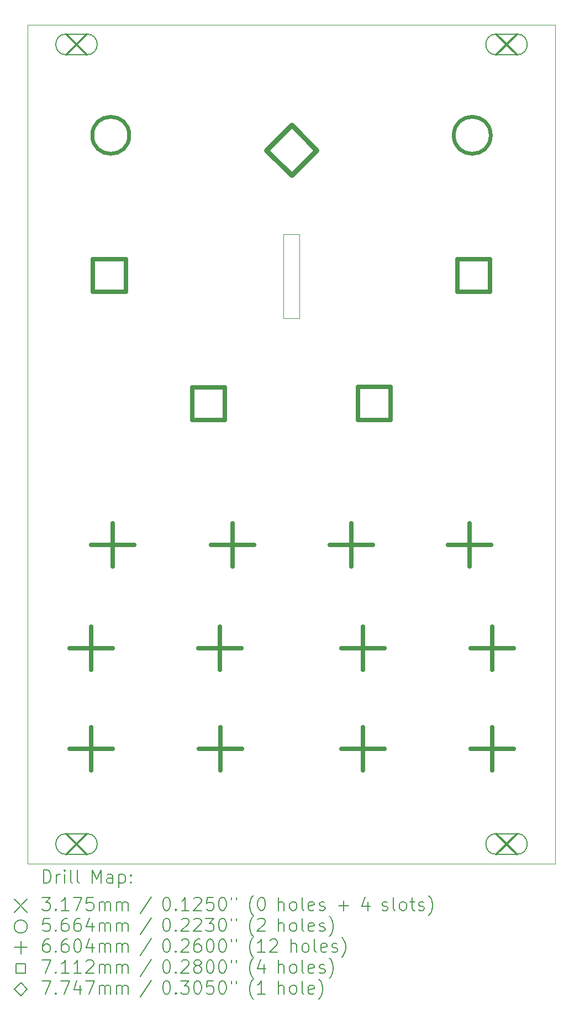
<source format=gbr>
%TF.GenerationSoftware,KiCad,Pcbnew,(7.0.0-0)*%
%TF.CreationDate,2023-03-22T15:58:21-07:00*%
%TF.ProjectId,Kit-Trig-Sampler-FACEPLATE,4b69742d-5472-4696-972d-53616d706c65,rev?*%
%TF.SameCoordinates,PXa661c0PY7cdd488*%
%TF.FileFunction,Drillmap*%
%TF.FilePolarity,Positive*%
%FSLAX45Y45*%
G04 Gerber Fmt 4.5, Leading zero omitted, Abs format (unit mm)*
G04 Created by KiCad (PCBNEW (7.0.0-0)) date 2023-03-22 15:58:21*
%MOMM*%
%LPD*%
G01*
G04 APERTURE LIST*
%ADD10C,0.100000*%
%ADD11C,0.200000*%
%ADD12C,0.317500*%
%ADD13C,0.566420*%
%ADD14C,0.660400*%
%ADD15C,0.711200*%
%ADD16C,0.774700*%
G04 APERTURE END LIST*
D10*
X-35400Y-35400D02*
X8054600Y-35400D01*
X8054600Y12814600D02*
X8054600Y-35400D01*
X-35400Y12814600D02*
X-35400Y-35400D01*
X-35400Y12814600D02*
X8054600Y12814600D01*
X3887600Y9607980D02*
X4126600Y9607980D01*
X4126600Y9607980D02*
X4126600Y8320980D01*
X4126600Y8320980D02*
X3887600Y8320980D01*
X3887600Y8320980D02*
X3887600Y9607980D01*
D11*
D12*
X555150Y12673630D02*
X872650Y12356130D01*
X872650Y12673630D02*
X555150Y12356130D01*
D11*
X555150Y12356130D02*
X872650Y12356130D01*
X872650Y12356130D02*
G75*
G03*
X872650Y12673630I0J158750D01*
G01*
X872650Y12673630D02*
X555150Y12673630D01*
X555150Y12673630D02*
G75*
G03*
X555150Y12356130I0J-158750D01*
G01*
D12*
X555150Y423070D02*
X872650Y105570D01*
X872650Y423070D02*
X555150Y105570D01*
D11*
X555150Y105570D02*
X872650Y105570D01*
X872650Y105570D02*
G75*
G03*
X872650Y423070I0J158750D01*
G01*
X872650Y423070D02*
X555150Y423070D01*
X555150Y423070D02*
G75*
G03*
X555150Y105570I0J-158750D01*
G01*
D12*
X7146550Y12673630D02*
X7464050Y12356130D01*
X7464050Y12673630D02*
X7146550Y12356130D01*
D11*
X7146550Y12356130D02*
X7464050Y12356130D01*
X7464050Y12356130D02*
G75*
G03*
X7464050Y12673630I0J158750D01*
G01*
X7464050Y12673630D02*
X7146550Y12673630D01*
X7146550Y12673630D02*
G75*
G03*
X7146550Y12356130I0J-158750D01*
G01*
D12*
X7146550Y423070D02*
X7464050Y105570D01*
X7464050Y423070D02*
X7146550Y105570D01*
D11*
X7146550Y105570D02*
X7464050Y105570D01*
X7464050Y105570D02*
G75*
G03*
X7464050Y423070I0J158750D01*
G01*
X7464050Y423070D02*
X7146550Y423070D01*
X7146550Y423070D02*
G75*
G03*
X7146550Y105570I0J-158750D01*
G01*
D13*
X1522810Y11122256D02*
G75*
G03*
X1522810Y11122256I-283210J0D01*
G01*
X7062810Y11122256D02*
G75*
G03*
X7062810Y11122256I-283210J0D01*
G01*
D14*
X937100Y3597456D02*
X937100Y2937056D01*
X606900Y3267256D02*
X1267300Y3267256D01*
X937100Y2054956D02*
X937100Y1394556D01*
X606900Y1724756D02*
X1267300Y1724756D01*
X1269600Y5177456D02*
X1269600Y4517056D01*
X939400Y4847256D02*
X1599800Y4847256D01*
X2913900Y3597456D02*
X2913900Y2937056D01*
X2583700Y3267256D02*
X3244100Y3267256D01*
X2916600Y2054956D02*
X2916600Y1394556D01*
X2586400Y1724756D02*
X3246800Y1724756D01*
X3102100Y5177456D02*
X3102100Y4517056D01*
X2771900Y4847256D02*
X3432300Y4847256D01*
X4924600Y5177456D02*
X4924600Y4517056D01*
X4594400Y4847256D02*
X5254800Y4847256D01*
X5102600Y2054956D02*
X5102600Y1394556D01*
X4772400Y1724756D02*
X5432800Y1724756D01*
X5105300Y3597456D02*
X5105300Y2937056D01*
X4775100Y3267256D02*
X5435500Y3267256D01*
X6742100Y5177456D02*
X6742100Y4517056D01*
X6411900Y4847256D02*
X7072300Y4847256D01*
X7082100Y3597456D02*
X7082100Y2937056D01*
X6751900Y3267256D02*
X7412300Y3267256D01*
X7082100Y2054956D02*
X7082100Y1394556D01*
X6751900Y1724756D02*
X7412300Y1724756D01*
D15*
X1471050Y8723307D02*
X1471050Y9226206D01*
X968150Y9226206D01*
X968150Y8723307D01*
X1471050Y8723307D01*
X2991050Y6760098D02*
X2991050Y7262998D01*
X2488150Y7262998D01*
X2488150Y6760098D01*
X2991050Y6760098D01*
X5531050Y6764530D02*
X5531050Y7267430D01*
X5028150Y7267430D01*
X5028150Y6764530D01*
X5531050Y6764530D01*
X7051050Y8723307D02*
X7051050Y9226206D01*
X6548150Y9226206D01*
X6548150Y8723307D01*
X7051050Y8723307D01*
D16*
X4009600Y10507406D02*
X4396950Y10894756D01*
X4009600Y11282106D01*
X3622250Y10894756D01*
X4009600Y10507406D01*
D11*
X207219Y-333876D02*
X207219Y-133876D01*
X207219Y-133876D02*
X254838Y-133876D01*
X254838Y-133876D02*
X283410Y-143400D01*
X283410Y-143400D02*
X302457Y-162448D01*
X302457Y-162448D02*
X311981Y-181495D01*
X311981Y-181495D02*
X321505Y-219590D01*
X321505Y-219590D02*
X321505Y-248162D01*
X321505Y-248162D02*
X311981Y-286257D01*
X311981Y-286257D02*
X302457Y-305305D01*
X302457Y-305305D02*
X283410Y-324352D01*
X283410Y-324352D02*
X254838Y-333876D01*
X254838Y-333876D02*
X207219Y-333876D01*
X407219Y-333876D02*
X407219Y-200543D01*
X407219Y-238638D02*
X416743Y-219590D01*
X416743Y-219590D02*
X426267Y-210067D01*
X426267Y-210067D02*
X445314Y-200543D01*
X445314Y-200543D02*
X464362Y-200543D01*
X531029Y-333876D02*
X531029Y-200543D01*
X531029Y-133876D02*
X521505Y-143400D01*
X521505Y-143400D02*
X531029Y-152924D01*
X531029Y-152924D02*
X540552Y-143400D01*
X540552Y-143400D02*
X531029Y-133876D01*
X531029Y-133876D02*
X531029Y-152924D01*
X654838Y-333876D02*
X635790Y-324352D01*
X635790Y-324352D02*
X626267Y-305305D01*
X626267Y-305305D02*
X626267Y-133876D01*
X759600Y-333876D02*
X740552Y-324352D01*
X740552Y-324352D02*
X731028Y-305305D01*
X731028Y-305305D02*
X731028Y-133876D01*
X955790Y-333876D02*
X955790Y-133876D01*
X955790Y-133876D02*
X1022457Y-276733D01*
X1022457Y-276733D02*
X1089124Y-133876D01*
X1089124Y-133876D02*
X1089124Y-333876D01*
X1270076Y-333876D02*
X1270076Y-229114D01*
X1270076Y-229114D02*
X1260552Y-210067D01*
X1260552Y-210067D02*
X1241505Y-200543D01*
X1241505Y-200543D02*
X1203409Y-200543D01*
X1203409Y-200543D02*
X1184362Y-210067D01*
X1270076Y-324352D02*
X1251029Y-333876D01*
X1251029Y-333876D02*
X1203409Y-333876D01*
X1203409Y-333876D02*
X1184362Y-324352D01*
X1184362Y-324352D02*
X1174838Y-305305D01*
X1174838Y-305305D02*
X1174838Y-286257D01*
X1174838Y-286257D02*
X1184362Y-267210D01*
X1184362Y-267210D02*
X1203409Y-257686D01*
X1203409Y-257686D02*
X1251029Y-257686D01*
X1251029Y-257686D02*
X1270076Y-248162D01*
X1365314Y-200543D02*
X1365314Y-400543D01*
X1365314Y-210067D02*
X1384362Y-200543D01*
X1384362Y-200543D02*
X1422457Y-200543D01*
X1422457Y-200543D02*
X1441505Y-210067D01*
X1441505Y-210067D02*
X1451028Y-219590D01*
X1451028Y-219590D02*
X1460552Y-238638D01*
X1460552Y-238638D02*
X1460552Y-295781D01*
X1460552Y-295781D02*
X1451028Y-314829D01*
X1451028Y-314829D02*
X1441505Y-324352D01*
X1441505Y-324352D02*
X1422457Y-333876D01*
X1422457Y-333876D02*
X1384362Y-333876D01*
X1384362Y-333876D02*
X1365314Y-324352D01*
X1546267Y-314829D02*
X1555790Y-324352D01*
X1555790Y-324352D02*
X1546267Y-333876D01*
X1546267Y-333876D02*
X1536743Y-324352D01*
X1536743Y-324352D02*
X1546267Y-314829D01*
X1546267Y-314829D02*
X1546267Y-333876D01*
X1546267Y-210067D02*
X1555790Y-219590D01*
X1555790Y-219590D02*
X1546267Y-229114D01*
X1546267Y-229114D02*
X1536743Y-219590D01*
X1536743Y-219590D02*
X1546267Y-210067D01*
X1546267Y-210067D02*
X1546267Y-229114D01*
X-240400Y-580400D02*
X-40400Y-780400D01*
X-40400Y-580400D02*
X-240400Y-780400D01*
X188171Y-553876D02*
X311981Y-553876D01*
X311981Y-553876D02*
X245314Y-630067D01*
X245314Y-630067D02*
X273886Y-630067D01*
X273886Y-630067D02*
X292933Y-639590D01*
X292933Y-639590D02*
X302457Y-649114D01*
X302457Y-649114D02*
X311981Y-668162D01*
X311981Y-668162D02*
X311981Y-715781D01*
X311981Y-715781D02*
X302457Y-734828D01*
X302457Y-734828D02*
X292933Y-744352D01*
X292933Y-744352D02*
X273886Y-753876D01*
X273886Y-753876D02*
X216743Y-753876D01*
X216743Y-753876D02*
X197695Y-744352D01*
X197695Y-744352D02*
X188171Y-734828D01*
X397695Y-734828D02*
X407219Y-744352D01*
X407219Y-744352D02*
X397695Y-753876D01*
X397695Y-753876D02*
X388171Y-744352D01*
X388171Y-744352D02*
X397695Y-734828D01*
X397695Y-734828D02*
X397695Y-753876D01*
X597695Y-753876D02*
X483409Y-753876D01*
X540552Y-753876D02*
X540552Y-553876D01*
X540552Y-553876D02*
X521505Y-582448D01*
X521505Y-582448D02*
X502457Y-601495D01*
X502457Y-601495D02*
X483409Y-611019D01*
X664362Y-553876D02*
X797695Y-553876D01*
X797695Y-553876D02*
X711981Y-753876D01*
X969124Y-553876D02*
X873886Y-553876D01*
X873886Y-553876D02*
X864362Y-649114D01*
X864362Y-649114D02*
X873886Y-639590D01*
X873886Y-639590D02*
X892933Y-630067D01*
X892933Y-630067D02*
X940552Y-630067D01*
X940552Y-630067D02*
X959600Y-639590D01*
X959600Y-639590D02*
X969124Y-649114D01*
X969124Y-649114D02*
X978648Y-668162D01*
X978648Y-668162D02*
X978648Y-715781D01*
X978648Y-715781D02*
X969124Y-734828D01*
X969124Y-734828D02*
X959600Y-744352D01*
X959600Y-744352D02*
X940552Y-753876D01*
X940552Y-753876D02*
X892933Y-753876D01*
X892933Y-753876D02*
X873886Y-744352D01*
X873886Y-744352D02*
X864362Y-734828D01*
X1064362Y-753876D02*
X1064362Y-620543D01*
X1064362Y-639590D02*
X1073886Y-630067D01*
X1073886Y-630067D02*
X1092933Y-620543D01*
X1092933Y-620543D02*
X1121505Y-620543D01*
X1121505Y-620543D02*
X1140552Y-630067D01*
X1140552Y-630067D02*
X1150076Y-649114D01*
X1150076Y-649114D02*
X1150076Y-753876D01*
X1150076Y-649114D02*
X1159600Y-630067D01*
X1159600Y-630067D02*
X1178648Y-620543D01*
X1178648Y-620543D02*
X1207219Y-620543D01*
X1207219Y-620543D02*
X1226267Y-630067D01*
X1226267Y-630067D02*
X1235791Y-649114D01*
X1235791Y-649114D02*
X1235791Y-753876D01*
X1331029Y-753876D02*
X1331029Y-620543D01*
X1331029Y-639590D02*
X1340552Y-630067D01*
X1340552Y-630067D02*
X1359600Y-620543D01*
X1359600Y-620543D02*
X1388172Y-620543D01*
X1388172Y-620543D02*
X1407219Y-630067D01*
X1407219Y-630067D02*
X1416743Y-649114D01*
X1416743Y-649114D02*
X1416743Y-753876D01*
X1416743Y-649114D02*
X1426267Y-630067D01*
X1426267Y-630067D02*
X1445314Y-620543D01*
X1445314Y-620543D02*
X1473886Y-620543D01*
X1473886Y-620543D02*
X1492933Y-630067D01*
X1492933Y-630067D02*
X1502457Y-649114D01*
X1502457Y-649114D02*
X1502457Y-753876D01*
X1860552Y-544352D02*
X1689124Y-801495D01*
X2085314Y-553876D02*
X2104362Y-553876D01*
X2104362Y-553876D02*
X2123410Y-563400D01*
X2123410Y-563400D02*
X2132933Y-572924D01*
X2132933Y-572924D02*
X2142457Y-591971D01*
X2142457Y-591971D02*
X2151981Y-630067D01*
X2151981Y-630067D02*
X2151981Y-677686D01*
X2151981Y-677686D02*
X2142457Y-715781D01*
X2142457Y-715781D02*
X2132933Y-734828D01*
X2132933Y-734828D02*
X2123410Y-744352D01*
X2123410Y-744352D02*
X2104362Y-753876D01*
X2104362Y-753876D02*
X2085314Y-753876D01*
X2085314Y-753876D02*
X2066267Y-744352D01*
X2066267Y-744352D02*
X2056743Y-734828D01*
X2056743Y-734828D02*
X2047219Y-715781D01*
X2047219Y-715781D02*
X2037695Y-677686D01*
X2037695Y-677686D02*
X2037695Y-630067D01*
X2037695Y-630067D02*
X2047219Y-591971D01*
X2047219Y-591971D02*
X2056743Y-572924D01*
X2056743Y-572924D02*
X2066267Y-563400D01*
X2066267Y-563400D02*
X2085314Y-553876D01*
X2237695Y-734828D02*
X2247219Y-744352D01*
X2247219Y-744352D02*
X2237695Y-753876D01*
X2237695Y-753876D02*
X2228172Y-744352D01*
X2228172Y-744352D02*
X2237695Y-734828D01*
X2237695Y-734828D02*
X2237695Y-753876D01*
X2437695Y-753876D02*
X2323410Y-753876D01*
X2380552Y-753876D02*
X2380552Y-553876D01*
X2380552Y-553876D02*
X2361505Y-582448D01*
X2361505Y-582448D02*
X2342457Y-601495D01*
X2342457Y-601495D02*
X2323410Y-611019D01*
X2513886Y-572924D02*
X2523410Y-563400D01*
X2523410Y-563400D02*
X2542457Y-553876D01*
X2542457Y-553876D02*
X2590076Y-553876D01*
X2590076Y-553876D02*
X2609124Y-563400D01*
X2609124Y-563400D02*
X2618648Y-572924D01*
X2618648Y-572924D02*
X2628172Y-591971D01*
X2628172Y-591971D02*
X2628172Y-611019D01*
X2628172Y-611019D02*
X2618648Y-639590D01*
X2618648Y-639590D02*
X2504362Y-753876D01*
X2504362Y-753876D02*
X2628172Y-753876D01*
X2809124Y-553876D02*
X2713886Y-553876D01*
X2713886Y-553876D02*
X2704362Y-649114D01*
X2704362Y-649114D02*
X2713886Y-639590D01*
X2713886Y-639590D02*
X2732933Y-630067D01*
X2732933Y-630067D02*
X2780553Y-630067D01*
X2780553Y-630067D02*
X2799600Y-639590D01*
X2799600Y-639590D02*
X2809124Y-649114D01*
X2809124Y-649114D02*
X2818648Y-668162D01*
X2818648Y-668162D02*
X2818648Y-715781D01*
X2818648Y-715781D02*
X2809124Y-734828D01*
X2809124Y-734828D02*
X2799600Y-744352D01*
X2799600Y-744352D02*
X2780553Y-753876D01*
X2780553Y-753876D02*
X2732933Y-753876D01*
X2732933Y-753876D02*
X2713886Y-744352D01*
X2713886Y-744352D02*
X2704362Y-734828D01*
X2942457Y-553876D02*
X2961505Y-553876D01*
X2961505Y-553876D02*
X2980552Y-563400D01*
X2980552Y-563400D02*
X2990076Y-572924D01*
X2990076Y-572924D02*
X2999600Y-591971D01*
X2999600Y-591971D02*
X3009124Y-630067D01*
X3009124Y-630067D02*
X3009124Y-677686D01*
X3009124Y-677686D02*
X2999600Y-715781D01*
X2999600Y-715781D02*
X2990076Y-734828D01*
X2990076Y-734828D02*
X2980552Y-744352D01*
X2980552Y-744352D02*
X2961505Y-753876D01*
X2961505Y-753876D02*
X2942457Y-753876D01*
X2942457Y-753876D02*
X2923410Y-744352D01*
X2923410Y-744352D02*
X2913886Y-734828D01*
X2913886Y-734828D02*
X2904362Y-715781D01*
X2904362Y-715781D02*
X2894838Y-677686D01*
X2894838Y-677686D02*
X2894838Y-630067D01*
X2894838Y-630067D02*
X2904362Y-591971D01*
X2904362Y-591971D02*
X2913886Y-572924D01*
X2913886Y-572924D02*
X2923410Y-563400D01*
X2923410Y-563400D02*
X2942457Y-553876D01*
X3085314Y-553876D02*
X3085314Y-591971D01*
X3161505Y-553876D02*
X3161505Y-591971D01*
X3424362Y-830067D02*
X3414838Y-820543D01*
X3414838Y-820543D02*
X3395791Y-791971D01*
X3395791Y-791971D02*
X3386267Y-772924D01*
X3386267Y-772924D02*
X3376743Y-744352D01*
X3376743Y-744352D02*
X3367219Y-696733D01*
X3367219Y-696733D02*
X3367219Y-658638D01*
X3367219Y-658638D02*
X3376743Y-611019D01*
X3376743Y-611019D02*
X3386267Y-582448D01*
X3386267Y-582448D02*
X3395791Y-563400D01*
X3395791Y-563400D02*
X3414838Y-534829D01*
X3414838Y-534829D02*
X3424362Y-525305D01*
X3538648Y-553876D02*
X3557695Y-553876D01*
X3557695Y-553876D02*
X3576743Y-563400D01*
X3576743Y-563400D02*
X3586267Y-572924D01*
X3586267Y-572924D02*
X3595791Y-591971D01*
X3595791Y-591971D02*
X3605314Y-630067D01*
X3605314Y-630067D02*
X3605314Y-677686D01*
X3605314Y-677686D02*
X3595791Y-715781D01*
X3595791Y-715781D02*
X3586267Y-734828D01*
X3586267Y-734828D02*
X3576743Y-744352D01*
X3576743Y-744352D02*
X3557695Y-753876D01*
X3557695Y-753876D02*
X3538648Y-753876D01*
X3538648Y-753876D02*
X3519600Y-744352D01*
X3519600Y-744352D02*
X3510076Y-734828D01*
X3510076Y-734828D02*
X3500552Y-715781D01*
X3500552Y-715781D02*
X3491029Y-677686D01*
X3491029Y-677686D02*
X3491029Y-630067D01*
X3491029Y-630067D02*
X3500552Y-591971D01*
X3500552Y-591971D02*
X3510076Y-572924D01*
X3510076Y-572924D02*
X3519600Y-563400D01*
X3519600Y-563400D02*
X3538648Y-553876D01*
X3811029Y-753876D02*
X3811029Y-553876D01*
X3896743Y-753876D02*
X3896743Y-649114D01*
X3896743Y-649114D02*
X3887219Y-630067D01*
X3887219Y-630067D02*
X3868172Y-620543D01*
X3868172Y-620543D02*
X3839600Y-620543D01*
X3839600Y-620543D02*
X3820552Y-630067D01*
X3820552Y-630067D02*
X3811029Y-639590D01*
X4020552Y-753876D02*
X4001505Y-744352D01*
X4001505Y-744352D02*
X3991981Y-734828D01*
X3991981Y-734828D02*
X3982457Y-715781D01*
X3982457Y-715781D02*
X3982457Y-658638D01*
X3982457Y-658638D02*
X3991981Y-639590D01*
X3991981Y-639590D02*
X4001505Y-630067D01*
X4001505Y-630067D02*
X4020552Y-620543D01*
X4020552Y-620543D02*
X4049124Y-620543D01*
X4049124Y-620543D02*
X4068172Y-630067D01*
X4068172Y-630067D02*
X4077695Y-639590D01*
X4077695Y-639590D02*
X4087219Y-658638D01*
X4087219Y-658638D02*
X4087219Y-715781D01*
X4087219Y-715781D02*
X4077695Y-734828D01*
X4077695Y-734828D02*
X4068172Y-744352D01*
X4068172Y-744352D02*
X4049124Y-753876D01*
X4049124Y-753876D02*
X4020552Y-753876D01*
X4201505Y-753876D02*
X4182457Y-744352D01*
X4182457Y-744352D02*
X4172933Y-725305D01*
X4172933Y-725305D02*
X4172933Y-553876D01*
X4353886Y-744352D02*
X4334838Y-753876D01*
X4334838Y-753876D02*
X4296743Y-753876D01*
X4296743Y-753876D02*
X4277695Y-744352D01*
X4277695Y-744352D02*
X4268172Y-725305D01*
X4268172Y-725305D02*
X4268172Y-649114D01*
X4268172Y-649114D02*
X4277695Y-630067D01*
X4277695Y-630067D02*
X4296743Y-620543D01*
X4296743Y-620543D02*
X4334838Y-620543D01*
X4334838Y-620543D02*
X4353886Y-630067D01*
X4353886Y-630067D02*
X4363410Y-649114D01*
X4363410Y-649114D02*
X4363410Y-668162D01*
X4363410Y-668162D02*
X4268172Y-687210D01*
X4439600Y-744352D02*
X4458648Y-753876D01*
X4458648Y-753876D02*
X4496743Y-753876D01*
X4496743Y-753876D02*
X4515791Y-744352D01*
X4515791Y-744352D02*
X4525315Y-725305D01*
X4525315Y-725305D02*
X4525315Y-715781D01*
X4525315Y-715781D02*
X4515791Y-696733D01*
X4515791Y-696733D02*
X4496743Y-687210D01*
X4496743Y-687210D02*
X4468172Y-687210D01*
X4468172Y-687210D02*
X4449124Y-677686D01*
X4449124Y-677686D02*
X4439600Y-658638D01*
X4439600Y-658638D02*
X4439600Y-649114D01*
X4439600Y-649114D02*
X4449124Y-630067D01*
X4449124Y-630067D02*
X4468172Y-620543D01*
X4468172Y-620543D02*
X4496743Y-620543D01*
X4496743Y-620543D02*
X4515791Y-630067D01*
X4731029Y-677686D02*
X4883410Y-677686D01*
X4807219Y-753876D02*
X4807219Y-601495D01*
X5184362Y-620543D02*
X5184362Y-753876D01*
X5136743Y-544352D02*
X5089124Y-687210D01*
X5089124Y-687210D02*
X5212934Y-687210D01*
X5399600Y-744352D02*
X5418648Y-753876D01*
X5418648Y-753876D02*
X5456743Y-753876D01*
X5456743Y-753876D02*
X5475791Y-744352D01*
X5475791Y-744352D02*
X5485315Y-725305D01*
X5485315Y-725305D02*
X5485315Y-715781D01*
X5485315Y-715781D02*
X5475791Y-696733D01*
X5475791Y-696733D02*
X5456743Y-687210D01*
X5456743Y-687210D02*
X5428172Y-687210D01*
X5428172Y-687210D02*
X5409124Y-677686D01*
X5409124Y-677686D02*
X5399600Y-658638D01*
X5399600Y-658638D02*
X5399600Y-649114D01*
X5399600Y-649114D02*
X5409124Y-630067D01*
X5409124Y-630067D02*
X5428172Y-620543D01*
X5428172Y-620543D02*
X5456743Y-620543D01*
X5456743Y-620543D02*
X5475791Y-630067D01*
X5599600Y-753876D02*
X5580553Y-744352D01*
X5580553Y-744352D02*
X5571029Y-725305D01*
X5571029Y-725305D02*
X5571029Y-553876D01*
X5704362Y-753876D02*
X5685314Y-744352D01*
X5685314Y-744352D02*
X5675791Y-734828D01*
X5675791Y-734828D02*
X5666267Y-715781D01*
X5666267Y-715781D02*
X5666267Y-658638D01*
X5666267Y-658638D02*
X5675791Y-639590D01*
X5675791Y-639590D02*
X5685314Y-630067D01*
X5685314Y-630067D02*
X5704362Y-620543D01*
X5704362Y-620543D02*
X5732934Y-620543D01*
X5732934Y-620543D02*
X5751981Y-630067D01*
X5751981Y-630067D02*
X5761505Y-639590D01*
X5761505Y-639590D02*
X5771029Y-658638D01*
X5771029Y-658638D02*
X5771029Y-715781D01*
X5771029Y-715781D02*
X5761505Y-734828D01*
X5761505Y-734828D02*
X5751981Y-744352D01*
X5751981Y-744352D02*
X5732934Y-753876D01*
X5732934Y-753876D02*
X5704362Y-753876D01*
X5828172Y-620543D02*
X5904362Y-620543D01*
X5856743Y-553876D02*
X5856743Y-725305D01*
X5856743Y-725305D02*
X5866267Y-744352D01*
X5866267Y-744352D02*
X5885314Y-753876D01*
X5885314Y-753876D02*
X5904362Y-753876D01*
X5961505Y-744352D02*
X5980553Y-753876D01*
X5980553Y-753876D02*
X6018648Y-753876D01*
X6018648Y-753876D02*
X6037695Y-744352D01*
X6037695Y-744352D02*
X6047219Y-725305D01*
X6047219Y-725305D02*
X6047219Y-715781D01*
X6047219Y-715781D02*
X6037695Y-696733D01*
X6037695Y-696733D02*
X6018648Y-687210D01*
X6018648Y-687210D02*
X5990076Y-687210D01*
X5990076Y-687210D02*
X5971029Y-677686D01*
X5971029Y-677686D02*
X5961505Y-658638D01*
X5961505Y-658638D02*
X5961505Y-649114D01*
X5961505Y-649114D02*
X5971029Y-630067D01*
X5971029Y-630067D02*
X5990076Y-620543D01*
X5990076Y-620543D02*
X6018648Y-620543D01*
X6018648Y-620543D02*
X6037695Y-630067D01*
X6113886Y-830067D02*
X6123410Y-820543D01*
X6123410Y-820543D02*
X6142457Y-791971D01*
X6142457Y-791971D02*
X6151981Y-772924D01*
X6151981Y-772924D02*
X6161505Y-744352D01*
X6161505Y-744352D02*
X6171029Y-696733D01*
X6171029Y-696733D02*
X6171029Y-658638D01*
X6171029Y-658638D02*
X6161505Y-611019D01*
X6161505Y-611019D02*
X6151981Y-582448D01*
X6151981Y-582448D02*
X6142457Y-563400D01*
X6142457Y-563400D02*
X6123410Y-534829D01*
X6123410Y-534829D02*
X6113886Y-525305D01*
X-40400Y-1000400D02*
G75*
G03*
X-40400Y-1000400I-100000J0D01*
G01*
X302457Y-873876D02*
X207219Y-873876D01*
X207219Y-873876D02*
X197695Y-969114D01*
X197695Y-969114D02*
X207219Y-959590D01*
X207219Y-959590D02*
X226267Y-950067D01*
X226267Y-950067D02*
X273886Y-950067D01*
X273886Y-950067D02*
X292933Y-959590D01*
X292933Y-959590D02*
X302457Y-969114D01*
X302457Y-969114D02*
X311981Y-988162D01*
X311981Y-988162D02*
X311981Y-1035781D01*
X311981Y-1035781D02*
X302457Y-1054829D01*
X302457Y-1054829D02*
X292933Y-1064352D01*
X292933Y-1064352D02*
X273886Y-1073876D01*
X273886Y-1073876D02*
X226267Y-1073876D01*
X226267Y-1073876D02*
X207219Y-1064352D01*
X207219Y-1064352D02*
X197695Y-1054829D01*
X397695Y-1054829D02*
X407219Y-1064352D01*
X407219Y-1064352D02*
X397695Y-1073876D01*
X397695Y-1073876D02*
X388171Y-1064352D01*
X388171Y-1064352D02*
X397695Y-1054829D01*
X397695Y-1054829D02*
X397695Y-1073876D01*
X578648Y-873876D02*
X540552Y-873876D01*
X540552Y-873876D02*
X521505Y-883400D01*
X521505Y-883400D02*
X511981Y-892924D01*
X511981Y-892924D02*
X492933Y-921495D01*
X492933Y-921495D02*
X483409Y-959590D01*
X483409Y-959590D02*
X483409Y-1035781D01*
X483409Y-1035781D02*
X492933Y-1054829D01*
X492933Y-1054829D02*
X502457Y-1064352D01*
X502457Y-1064352D02*
X521505Y-1073876D01*
X521505Y-1073876D02*
X559600Y-1073876D01*
X559600Y-1073876D02*
X578648Y-1064352D01*
X578648Y-1064352D02*
X588171Y-1054829D01*
X588171Y-1054829D02*
X597695Y-1035781D01*
X597695Y-1035781D02*
X597695Y-988162D01*
X597695Y-988162D02*
X588171Y-969114D01*
X588171Y-969114D02*
X578648Y-959590D01*
X578648Y-959590D02*
X559600Y-950067D01*
X559600Y-950067D02*
X521505Y-950067D01*
X521505Y-950067D02*
X502457Y-959590D01*
X502457Y-959590D02*
X492933Y-969114D01*
X492933Y-969114D02*
X483409Y-988162D01*
X769124Y-873876D02*
X731028Y-873876D01*
X731028Y-873876D02*
X711981Y-883400D01*
X711981Y-883400D02*
X702457Y-892924D01*
X702457Y-892924D02*
X683410Y-921495D01*
X683410Y-921495D02*
X673886Y-959590D01*
X673886Y-959590D02*
X673886Y-1035781D01*
X673886Y-1035781D02*
X683410Y-1054829D01*
X683410Y-1054829D02*
X692933Y-1064352D01*
X692933Y-1064352D02*
X711981Y-1073876D01*
X711981Y-1073876D02*
X750076Y-1073876D01*
X750076Y-1073876D02*
X769124Y-1064352D01*
X769124Y-1064352D02*
X778648Y-1054829D01*
X778648Y-1054829D02*
X788171Y-1035781D01*
X788171Y-1035781D02*
X788171Y-988162D01*
X788171Y-988162D02*
X778648Y-969114D01*
X778648Y-969114D02*
X769124Y-959590D01*
X769124Y-959590D02*
X750076Y-950067D01*
X750076Y-950067D02*
X711981Y-950067D01*
X711981Y-950067D02*
X692933Y-959590D01*
X692933Y-959590D02*
X683410Y-969114D01*
X683410Y-969114D02*
X673886Y-988162D01*
X959600Y-940543D02*
X959600Y-1073876D01*
X911981Y-864352D02*
X864362Y-1007209D01*
X864362Y-1007209D02*
X988171Y-1007209D01*
X1064362Y-1073876D02*
X1064362Y-940543D01*
X1064362Y-959590D02*
X1073886Y-950067D01*
X1073886Y-950067D02*
X1092933Y-940543D01*
X1092933Y-940543D02*
X1121505Y-940543D01*
X1121505Y-940543D02*
X1140552Y-950067D01*
X1140552Y-950067D02*
X1150076Y-969114D01*
X1150076Y-969114D02*
X1150076Y-1073876D01*
X1150076Y-969114D02*
X1159600Y-950067D01*
X1159600Y-950067D02*
X1178648Y-940543D01*
X1178648Y-940543D02*
X1207219Y-940543D01*
X1207219Y-940543D02*
X1226267Y-950067D01*
X1226267Y-950067D02*
X1235791Y-969114D01*
X1235791Y-969114D02*
X1235791Y-1073876D01*
X1331029Y-1073876D02*
X1331029Y-940543D01*
X1331029Y-959590D02*
X1340552Y-950067D01*
X1340552Y-950067D02*
X1359600Y-940543D01*
X1359600Y-940543D02*
X1388172Y-940543D01*
X1388172Y-940543D02*
X1407219Y-950067D01*
X1407219Y-950067D02*
X1416743Y-969114D01*
X1416743Y-969114D02*
X1416743Y-1073876D01*
X1416743Y-969114D02*
X1426267Y-950067D01*
X1426267Y-950067D02*
X1445314Y-940543D01*
X1445314Y-940543D02*
X1473886Y-940543D01*
X1473886Y-940543D02*
X1492933Y-950067D01*
X1492933Y-950067D02*
X1502457Y-969114D01*
X1502457Y-969114D02*
X1502457Y-1073876D01*
X1860552Y-864352D02*
X1689124Y-1121495D01*
X2085314Y-873876D02*
X2104362Y-873876D01*
X2104362Y-873876D02*
X2123410Y-883400D01*
X2123410Y-883400D02*
X2132933Y-892924D01*
X2132933Y-892924D02*
X2142457Y-911971D01*
X2142457Y-911971D02*
X2151981Y-950067D01*
X2151981Y-950067D02*
X2151981Y-997686D01*
X2151981Y-997686D02*
X2142457Y-1035781D01*
X2142457Y-1035781D02*
X2132933Y-1054829D01*
X2132933Y-1054829D02*
X2123410Y-1064352D01*
X2123410Y-1064352D02*
X2104362Y-1073876D01*
X2104362Y-1073876D02*
X2085314Y-1073876D01*
X2085314Y-1073876D02*
X2066267Y-1064352D01*
X2066267Y-1064352D02*
X2056743Y-1054829D01*
X2056743Y-1054829D02*
X2047219Y-1035781D01*
X2047219Y-1035781D02*
X2037695Y-997686D01*
X2037695Y-997686D02*
X2037695Y-950067D01*
X2037695Y-950067D02*
X2047219Y-911971D01*
X2047219Y-911971D02*
X2056743Y-892924D01*
X2056743Y-892924D02*
X2066267Y-883400D01*
X2066267Y-883400D02*
X2085314Y-873876D01*
X2237695Y-1054829D02*
X2247219Y-1064352D01*
X2247219Y-1064352D02*
X2237695Y-1073876D01*
X2237695Y-1073876D02*
X2228172Y-1064352D01*
X2228172Y-1064352D02*
X2237695Y-1054829D01*
X2237695Y-1054829D02*
X2237695Y-1073876D01*
X2323410Y-892924D02*
X2332933Y-883400D01*
X2332933Y-883400D02*
X2351981Y-873876D01*
X2351981Y-873876D02*
X2399600Y-873876D01*
X2399600Y-873876D02*
X2418648Y-883400D01*
X2418648Y-883400D02*
X2428172Y-892924D01*
X2428172Y-892924D02*
X2437695Y-911971D01*
X2437695Y-911971D02*
X2437695Y-931019D01*
X2437695Y-931019D02*
X2428172Y-959590D01*
X2428172Y-959590D02*
X2313886Y-1073876D01*
X2313886Y-1073876D02*
X2437695Y-1073876D01*
X2513886Y-892924D02*
X2523410Y-883400D01*
X2523410Y-883400D02*
X2542457Y-873876D01*
X2542457Y-873876D02*
X2590076Y-873876D01*
X2590076Y-873876D02*
X2609124Y-883400D01*
X2609124Y-883400D02*
X2618648Y-892924D01*
X2618648Y-892924D02*
X2628172Y-911971D01*
X2628172Y-911971D02*
X2628172Y-931019D01*
X2628172Y-931019D02*
X2618648Y-959590D01*
X2618648Y-959590D02*
X2504362Y-1073876D01*
X2504362Y-1073876D02*
X2628172Y-1073876D01*
X2694838Y-873876D02*
X2818648Y-873876D01*
X2818648Y-873876D02*
X2751981Y-950067D01*
X2751981Y-950067D02*
X2780553Y-950067D01*
X2780553Y-950067D02*
X2799600Y-959590D01*
X2799600Y-959590D02*
X2809124Y-969114D01*
X2809124Y-969114D02*
X2818648Y-988162D01*
X2818648Y-988162D02*
X2818648Y-1035781D01*
X2818648Y-1035781D02*
X2809124Y-1054829D01*
X2809124Y-1054829D02*
X2799600Y-1064352D01*
X2799600Y-1064352D02*
X2780553Y-1073876D01*
X2780553Y-1073876D02*
X2723410Y-1073876D01*
X2723410Y-1073876D02*
X2704362Y-1064352D01*
X2704362Y-1064352D02*
X2694838Y-1054829D01*
X2942457Y-873876D02*
X2961505Y-873876D01*
X2961505Y-873876D02*
X2980552Y-883400D01*
X2980552Y-883400D02*
X2990076Y-892924D01*
X2990076Y-892924D02*
X2999600Y-911971D01*
X2999600Y-911971D02*
X3009124Y-950067D01*
X3009124Y-950067D02*
X3009124Y-997686D01*
X3009124Y-997686D02*
X2999600Y-1035781D01*
X2999600Y-1035781D02*
X2990076Y-1054829D01*
X2990076Y-1054829D02*
X2980552Y-1064352D01*
X2980552Y-1064352D02*
X2961505Y-1073876D01*
X2961505Y-1073876D02*
X2942457Y-1073876D01*
X2942457Y-1073876D02*
X2923410Y-1064352D01*
X2923410Y-1064352D02*
X2913886Y-1054829D01*
X2913886Y-1054829D02*
X2904362Y-1035781D01*
X2904362Y-1035781D02*
X2894838Y-997686D01*
X2894838Y-997686D02*
X2894838Y-950067D01*
X2894838Y-950067D02*
X2904362Y-911971D01*
X2904362Y-911971D02*
X2913886Y-892924D01*
X2913886Y-892924D02*
X2923410Y-883400D01*
X2923410Y-883400D02*
X2942457Y-873876D01*
X3085314Y-873876D02*
X3085314Y-911971D01*
X3161505Y-873876D02*
X3161505Y-911971D01*
X3424362Y-1150067D02*
X3414838Y-1140543D01*
X3414838Y-1140543D02*
X3395791Y-1111971D01*
X3395791Y-1111971D02*
X3386267Y-1092924D01*
X3386267Y-1092924D02*
X3376743Y-1064352D01*
X3376743Y-1064352D02*
X3367219Y-1016733D01*
X3367219Y-1016733D02*
X3367219Y-978638D01*
X3367219Y-978638D02*
X3376743Y-931019D01*
X3376743Y-931019D02*
X3386267Y-902448D01*
X3386267Y-902448D02*
X3395791Y-883400D01*
X3395791Y-883400D02*
X3414838Y-854828D01*
X3414838Y-854828D02*
X3424362Y-845305D01*
X3491029Y-892924D02*
X3500552Y-883400D01*
X3500552Y-883400D02*
X3519600Y-873876D01*
X3519600Y-873876D02*
X3567219Y-873876D01*
X3567219Y-873876D02*
X3586267Y-883400D01*
X3586267Y-883400D02*
X3595791Y-892924D01*
X3595791Y-892924D02*
X3605314Y-911971D01*
X3605314Y-911971D02*
X3605314Y-931019D01*
X3605314Y-931019D02*
X3595791Y-959590D01*
X3595791Y-959590D02*
X3481505Y-1073876D01*
X3481505Y-1073876D02*
X3605314Y-1073876D01*
X3811029Y-1073876D02*
X3811029Y-873876D01*
X3896743Y-1073876D02*
X3896743Y-969114D01*
X3896743Y-969114D02*
X3887219Y-950067D01*
X3887219Y-950067D02*
X3868172Y-940543D01*
X3868172Y-940543D02*
X3839600Y-940543D01*
X3839600Y-940543D02*
X3820552Y-950067D01*
X3820552Y-950067D02*
X3811029Y-959590D01*
X4020552Y-1073876D02*
X4001505Y-1064352D01*
X4001505Y-1064352D02*
X3991981Y-1054829D01*
X3991981Y-1054829D02*
X3982457Y-1035781D01*
X3982457Y-1035781D02*
X3982457Y-978638D01*
X3982457Y-978638D02*
X3991981Y-959590D01*
X3991981Y-959590D02*
X4001505Y-950067D01*
X4001505Y-950067D02*
X4020552Y-940543D01*
X4020552Y-940543D02*
X4049124Y-940543D01*
X4049124Y-940543D02*
X4068172Y-950067D01*
X4068172Y-950067D02*
X4077695Y-959590D01*
X4077695Y-959590D02*
X4087219Y-978638D01*
X4087219Y-978638D02*
X4087219Y-1035781D01*
X4087219Y-1035781D02*
X4077695Y-1054829D01*
X4077695Y-1054829D02*
X4068172Y-1064352D01*
X4068172Y-1064352D02*
X4049124Y-1073876D01*
X4049124Y-1073876D02*
X4020552Y-1073876D01*
X4201505Y-1073876D02*
X4182457Y-1064352D01*
X4182457Y-1064352D02*
X4172933Y-1045305D01*
X4172933Y-1045305D02*
X4172933Y-873876D01*
X4353886Y-1064352D02*
X4334838Y-1073876D01*
X4334838Y-1073876D02*
X4296743Y-1073876D01*
X4296743Y-1073876D02*
X4277695Y-1064352D01*
X4277695Y-1064352D02*
X4268172Y-1045305D01*
X4268172Y-1045305D02*
X4268172Y-969114D01*
X4268172Y-969114D02*
X4277695Y-950067D01*
X4277695Y-950067D02*
X4296743Y-940543D01*
X4296743Y-940543D02*
X4334838Y-940543D01*
X4334838Y-940543D02*
X4353886Y-950067D01*
X4353886Y-950067D02*
X4363410Y-969114D01*
X4363410Y-969114D02*
X4363410Y-988162D01*
X4363410Y-988162D02*
X4268172Y-1007209D01*
X4439600Y-1064352D02*
X4458648Y-1073876D01*
X4458648Y-1073876D02*
X4496743Y-1073876D01*
X4496743Y-1073876D02*
X4515791Y-1064352D01*
X4515791Y-1064352D02*
X4525315Y-1045305D01*
X4525315Y-1045305D02*
X4525315Y-1035781D01*
X4525315Y-1035781D02*
X4515791Y-1016733D01*
X4515791Y-1016733D02*
X4496743Y-1007209D01*
X4496743Y-1007209D02*
X4468172Y-1007209D01*
X4468172Y-1007209D02*
X4449124Y-997686D01*
X4449124Y-997686D02*
X4439600Y-978638D01*
X4439600Y-978638D02*
X4439600Y-969114D01*
X4439600Y-969114D02*
X4449124Y-950067D01*
X4449124Y-950067D02*
X4468172Y-940543D01*
X4468172Y-940543D02*
X4496743Y-940543D01*
X4496743Y-940543D02*
X4515791Y-950067D01*
X4591981Y-1150067D02*
X4601505Y-1140543D01*
X4601505Y-1140543D02*
X4620553Y-1111971D01*
X4620553Y-1111971D02*
X4630076Y-1092924D01*
X4630076Y-1092924D02*
X4639600Y-1064352D01*
X4639600Y-1064352D02*
X4649124Y-1016733D01*
X4649124Y-1016733D02*
X4649124Y-978638D01*
X4649124Y-978638D02*
X4639600Y-931019D01*
X4639600Y-931019D02*
X4630076Y-902448D01*
X4630076Y-902448D02*
X4620553Y-883400D01*
X4620553Y-883400D02*
X4601505Y-854828D01*
X4601505Y-854828D02*
X4591981Y-845305D01*
X-140400Y-1220400D02*
X-140400Y-1420400D01*
X-240400Y-1320400D02*
X-40400Y-1320400D01*
X292933Y-1193876D02*
X254838Y-1193876D01*
X254838Y-1193876D02*
X235790Y-1203400D01*
X235790Y-1203400D02*
X226267Y-1212924D01*
X226267Y-1212924D02*
X207219Y-1241495D01*
X207219Y-1241495D02*
X197695Y-1279590D01*
X197695Y-1279590D02*
X197695Y-1355781D01*
X197695Y-1355781D02*
X207219Y-1374829D01*
X207219Y-1374829D02*
X216743Y-1384352D01*
X216743Y-1384352D02*
X235790Y-1393876D01*
X235790Y-1393876D02*
X273886Y-1393876D01*
X273886Y-1393876D02*
X292933Y-1384352D01*
X292933Y-1384352D02*
X302457Y-1374829D01*
X302457Y-1374829D02*
X311981Y-1355781D01*
X311981Y-1355781D02*
X311981Y-1308162D01*
X311981Y-1308162D02*
X302457Y-1289114D01*
X302457Y-1289114D02*
X292933Y-1279590D01*
X292933Y-1279590D02*
X273886Y-1270067D01*
X273886Y-1270067D02*
X235790Y-1270067D01*
X235790Y-1270067D02*
X216743Y-1279590D01*
X216743Y-1279590D02*
X207219Y-1289114D01*
X207219Y-1289114D02*
X197695Y-1308162D01*
X397695Y-1374829D02*
X407219Y-1384352D01*
X407219Y-1384352D02*
X397695Y-1393876D01*
X397695Y-1393876D02*
X388171Y-1384352D01*
X388171Y-1384352D02*
X397695Y-1374829D01*
X397695Y-1374829D02*
X397695Y-1393876D01*
X578648Y-1193876D02*
X540552Y-1193876D01*
X540552Y-1193876D02*
X521505Y-1203400D01*
X521505Y-1203400D02*
X511981Y-1212924D01*
X511981Y-1212924D02*
X492933Y-1241495D01*
X492933Y-1241495D02*
X483409Y-1279590D01*
X483409Y-1279590D02*
X483409Y-1355781D01*
X483409Y-1355781D02*
X492933Y-1374829D01*
X492933Y-1374829D02*
X502457Y-1384352D01*
X502457Y-1384352D02*
X521505Y-1393876D01*
X521505Y-1393876D02*
X559600Y-1393876D01*
X559600Y-1393876D02*
X578648Y-1384352D01*
X578648Y-1384352D02*
X588171Y-1374829D01*
X588171Y-1374829D02*
X597695Y-1355781D01*
X597695Y-1355781D02*
X597695Y-1308162D01*
X597695Y-1308162D02*
X588171Y-1289114D01*
X588171Y-1289114D02*
X578648Y-1279590D01*
X578648Y-1279590D02*
X559600Y-1270067D01*
X559600Y-1270067D02*
X521505Y-1270067D01*
X521505Y-1270067D02*
X502457Y-1279590D01*
X502457Y-1279590D02*
X492933Y-1289114D01*
X492933Y-1289114D02*
X483409Y-1308162D01*
X721505Y-1193876D02*
X740552Y-1193876D01*
X740552Y-1193876D02*
X759600Y-1203400D01*
X759600Y-1203400D02*
X769124Y-1212924D01*
X769124Y-1212924D02*
X778648Y-1231971D01*
X778648Y-1231971D02*
X788171Y-1270067D01*
X788171Y-1270067D02*
X788171Y-1317686D01*
X788171Y-1317686D02*
X778648Y-1355781D01*
X778648Y-1355781D02*
X769124Y-1374829D01*
X769124Y-1374829D02*
X759600Y-1384352D01*
X759600Y-1384352D02*
X740552Y-1393876D01*
X740552Y-1393876D02*
X721505Y-1393876D01*
X721505Y-1393876D02*
X702457Y-1384352D01*
X702457Y-1384352D02*
X692933Y-1374829D01*
X692933Y-1374829D02*
X683410Y-1355781D01*
X683410Y-1355781D02*
X673886Y-1317686D01*
X673886Y-1317686D02*
X673886Y-1270067D01*
X673886Y-1270067D02*
X683410Y-1231971D01*
X683410Y-1231971D02*
X692933Y-1212924D01*
X692933Y-1212924D02*
X702457Y-1203400D01*
X702457Y-1203400D02*
X721505Y-1193876D01*
X959600Y-1260543D02*
X959600Y-1393876D01*
X911981Y-1184352D02*
X864362Y-1327210D01*
X864362Y-1327210D02*
X988171Y-1327210D01*
X1064362Y-1393876D02*
X1064362Y-1260543D01*
X1064362Y-1279590D02*
X1073886Y-1270067D01*
X1073886Y-1270067D02*
X1092933Y-1260543D01*
X1092933Y-1260543D02*
X1121505Y-1260543D01*
X1121505Y-1260543D02*
X1140552Y-1270067D01*
X1140552Y-1270067D02*
X1150076Y-1289114D01*
X1150076Y-1289114D02*
X1150076Y-1393876D01*
X1150076Y-1289114D02*
X1159600Y-1270067D01*
X1159600Y-1270067D02*
X1178648Y-1260543D01*
X1178648Y-1260543D02*
X1207219Y-1260543D01*
X1207219Y-1260543D02*
X1226267Y-1270067D01*
X1226267Y-1270067D02*
X1235791Y-1289114D01*
X1235791Y-1289114D02*
X1235791Y-1393876D01*
X1331029Y-1393876D02*
X1331029Y-1260543D01*
X1331029Y-1279590D02*
X1340552Y-1270067D01*
X1340552Y-1270067D02*
X1359600Y-1260543D01*
X1359600Y-1260543D02*
X1388172Y-1260543D01*
X1388172Y-1260543D02*
X1407219Y-1270067D01*
X1407219Y-1270067D02*
X1416743Y-1289114D01*
X1416743Y-1289114D02*
X1416743Y-1393876D01*
X1416743Y-1289114D02*
X1426267Y-1270067D01*
X1426267Y-1270067D02*
X1445314Y-1260543D01*
X1445314Y-1260543D02*
X1473886Y-1260543D01*
X1473886Y-1260543D02*
X1492933Y-1270067D01*
X1492933Y-1270067D02*
X1502457Y-1289114D01*
X1502457Y-1289114D02*
X1502457Y-1393876D01*
X1860552Y-1184352D02*
X1689124Y-1441495D01*
X2085314Y-1193876D02*
X2104362Y-1193876D01*
X2104362Y-1193876D02*
X2123410Y-1203400D01*
X2123410Y-1203400D02*
X2132933Y-1212924D01*
X2132933Y-1212924D02*
X2142457Y-1231971D01*
X2142457Y-1231971D02*
X2151981Y-1270067D01*
X2151981Y-1270067D02*
X2151981Y-1317686D01*
X2151981Y-1317686D02*
X2142457Y-1355781D01*
X2142457Y-1355781D02*
X2132933Y-1374829D01*
X2132933Y-1374829D02*
X2123410Y-1384352D01*
X2123410Y-1384352D02*
X2104362Y-1393876D01*
X2104362Y-1393876D02*
X2085314Y-1393876D01*
X2085314Y-1393876D02*
X2066267Y-1384352D01*
X2066267Y-1384352D02*
X2056743Y-1374829D01*
X2056743Y-1374829D02*
X2047219Y-1355781D01*
X2047219Y-1355781D02*
X2037695Y-1317686D01*
X2037695Y-1317686D02*
X2037695Y-1270067D01*
X2037695Y-1270067D02*
X2047219Y-1231971D01*
X2047219Y-1231971D02*
X2056743Y-1212924D01*
X2056743Y-1212924D02*
X2066267Y-1203400D01*
X2066267Y-1203400D02*
X2085314Y-1193876D01*
X2237695Y-1374829D02*
X2247219Y-1384352D01*
X2247219Y-1384352D02*
X2237695Y-1393876D01*
X2237695Y-1393876D02*
X2228172Y-1384352D01*
X2228172Y-1384352D02*
X2237695Y-1374829D01*
X2237695Y-1374829D02*
X2237695Y-1393876D01*
X2323410Y-1212924D02*
X2332933Y-1203400D01*
X2332933Y-1203400D02*
X2351981Y-1193876D01*
X2351981Y-1193876D02*
X2399600Y-1193876D01*
X2399600Y-1193876D02*
X2418648Y-1203400D01*
X2418648Y-1203400D02*
X2428172Y-1212924D01*
X2428172Y-1212924D02*
X2437695Y-1231971D01*
X2437695Y-1231971D02*
X2437695Y-1251019D01*
X2437695Y-1251019D02*
X2428172Y-1279590D01*
X2428172Y-1279590D02*
X2313886Y-1393876D01*
X2313886Y-1393876D02*
X2437695Y-1393876D01*
X2609124Y-1193876D02*
X2571029Y-1193876D01*
X2571029Y-1193876D02*
X2551981Y-1203400D01*
X2551981Y-1203400D02*
X2542457Y-1212924D01*
X2542457Y-1212924D02*
X2523410Y-1241495D01*
X2523410Y-1241495D02*
X2513886Y-1279590D01*
X2513886Y-1279590D02*
X2513886Y-1355781D01*
X2513886Y-1355781D02*
X2523410Y-1374829D01*
X2523410Y-1374829D02*
X2532933Y-1384352D01*
X2532933Y-1384352D02*
X2551981Y-1393876D01*
X2551981Y-1393876D02*
X2590076Y-1393876D01*
X2590076Y-1393876D02*
X2609124Y-1384352D01*
X2609124Y-1384352D02*
X2618648Y-1374829D01*
X2618648Y-1374829D02*
X2628172Y-1355781D01*
X2628172Y-1355781D02*
X2628172Y-1308162D01*
X2628172Y-1308162D02*
X2618648Y-1289114D01*
X2618648Y-1289114D02*
X2609124Y-1279590D01*
X2609124Y-1279590D02*
X2590076Y-1270067D01*
X2590076Y-1270067D02*
X2551981Y-1270067D01*
X2551981Y-1270067D02*
X2532933Y-1279590D01*
X2532933Y-1279590D02*
X2523410Y-1289114D01*
X2523410Y-1289114D02*
X2513886Y-1308162D01*
X2751981Y-1193876D02*
X2771029Y-1193876D01*
X2771029Y-1193876D02*
X2790076Y-1203400D01*
X2790076Y-1203400D02*
X2799600Y-1212924D01*
X2799600Y-1212924D02*
X2809124Y-1231971D01*
X2809124Y-1231971D02*
X2818648Y-1270067D01*
X2818648Y-1270067D02*
X2818648Y-1317686D01*
X2818648Y-1317686D02*
X2809124Y-1355781D01*
X2809124Y-1355781D02*
X2799600Y-1374829D01*
X2799600Y-1374829D02*
X2790076Y-1384352D01*
X2790076Y-1384352D02*
X2771029Y-1393876D01*
X2771029Y-1393876D02*
X2751981Y-1393876D01*
X2751981Y-1393876D02*
X2732933Y-1384352D01*
X2732933Y-1384352D02*
X2723410Y-1374829D01*
X2723410Y-1374829D02*
X2713886Y-1355781D01*
X2713886Y-1355781D02*
X2704362Y-1317686D01*
X2704362Y-1317686D02*
X2704362Y-1270067D01*
X2704362Y-1270067D02*
X2713886Y-1231971D01*
X2713886Y-1231971D02*
X2723410Y-1212924D01*
X2723410Y-1212924D02*
X2732933Y-1203400D01*
X2732933Y-1203400D02*
X2751981Y-1193876D01*
X2942457Y-1193876D02*
X2961505Y-1193876D01*
X2961505Y-1193876D02*
X2980552Y-1203400D01*
X2980552Y-1203400D02*
X2990076Y-1212924D01*
X2990076Y-1212924D02*
X2999600Y-1231971D01*
X2999600Y-1231971D02*
X3009124Y-1270067D01*
X3009124Y-1270067D02*
X3009124Y-1317686D01*
X3009124Y-1317686D02*
X2999600Y-1355781D01*
X2999600Y-1355781D02*
X2990076Y-1374829D01*
X2990076Y-1374829D02*
X2980552Y-1384352D01*
X2980552Y-1384352D02*
X2961505Y-1393876D01*
X2961505Y-1393876D02*
X2942457Y-1393876D01*
X2942457Y-1393876D02*
X2923410Y-1384352D01*
X2923410Y-1384352D02*
X2913886Y-1374829D01*
X2913886Y-1374829D02*
X2904362Y-1355781D01*
X2904362Y-1355781D02*
X2894838Y-1317686D01*
X2894838Y-1317686D02*
X2894838Y-1270067D01*
X2894838Y-1270067D02*
X2904362Y-1231971D01*
X2904362Y-1231971D02*
X2913886Y-1212924D01*
X2913886Y-1212924D02*
X2923410Y-1203400D01*
X2923410Y-1203400D02*
X2942457Y-1193876D01*
X3085314Y-1193876D02*
X3085314Y-1231971D01*
X3161505Y-1193876D02*
X3161505Y-1231971D01*
X3424362Y-1470067D02*
X3414838Y-1460543D01*
X3414838Y-1460543D02*
X3395791Y-1431971D01*
X3395791Y-1431971D02*
X3386267Y-1412924D01*
X3386267Y-1412924D02*
X3376743Y-1384352D01*
X3376743Y-1384352D02*
X3367219Y-1336733D01*
X3367219Y-1336733D02*
X3367219Y-1298638D01*
X3367219Y-1298638D02*
X3376743Y-1251019D01*
X3376743Y-1251019D02*
X3386267Y-1222448D01*
X3386267Y-1222448D02*
X3395791Y-1203400D01*
X3395791Y-1203400D02*
X3414838Y-1174829D01*
X3414838Y-1174829D02*
X3424362Y-1165305D01*
X3605314Y-1393876D02*
X3491029Y-1393876D01*
X3548171Y-1393876D02*
X3548171Y-1193876D01*
X3548171Y-1193876D02*
X3529124Y-1222448D01*
X3529124Y-1222448D02*
X3510076Y-1241495D01*
X3510076Y-1241495D02*
X3491029Y-1251019D01*
X3681505Y-1212924D02*
X3691029Y-1203400D01*
X3691029Y-1203400D02*
X3710076Y-1193876D01*
X3710076Y-1193876D02*
X3757695Y-1193876D01*
X3757695Y-1193876D02*
X3776743Y-1203400D01*
X3776743Y-1203400D02*
X3786267Y-1212924D01*
X3786267Y-1212924D02*
X3795791Y-1231971D01*
X3795791Y-1231971D02*
X3795791Y-1251019D01*
X3795791Y-1251019D02*
X3786267Y-1279590D01*
X3786267Y-1279590D02*
X3671981Y-1393876D01*
X3671981Y-1393876D02*
X3795791Y-1393876D01*
X4001505Y-1393876D02*
X4001505Y-1193876D01*
X4087219Y-1393876D02*
X4087219Y-1289114D01*
X4087219Y-1289114D02*
X4077695Y-1270067D01*
X4077695Y-1270067D02*
X4058648Y-1260543D01*
X4058648Y-1260543D02*
X4030076Y-1260543D01*
X4030076Y-1260543D02*
X4011029Y-1270067D01*
X4011029Y-1270067D02*
X4001505Y-1279590D01*
X4211029Y-1393876D02*
X4191981Y-1384352D01*
X4191981Y-1384352D02*
X4182457Y-1374829D01*
X4182457Y-1374829D02*
X4172933Y-1355781D01*
X4172933Y-1355781D02*
X4172933Y-1298638D01*
X4172933Y-1298638D02*
X4182457Y-1279590D01*
X4182457Y-1279590D02*
X4191981Y-1270067D01*
X4191981Y-1270067D02*
X4211029Y-1260543D01*
X4211029Y-1260543D02*
X4239600Y-1260543D01*
X4239600Y-1260543D02*
X4258648Y-1270067D01*
X4258648Y-1270067D02*
X4268172Y-1279590D01*
X4268172Y-1279590D02*
X4277695Y-1298638D01*
X4277695Y-1298638D02*
X4277695Y-1355781D01*
X4277695Y-1355781D02*
X4268172Y-1374829D01*
X4268172Y-1374829D02*
X4258648Y-1384352D01*
X4258648Y-1384352D02*
X4239600Y-1393876D01*
X4239600Y-1393876D02*
X4211029Y-1393876D01*
X4391981Y-1393876D02*
X4372934Y-1384352D01*
X4372934Y-1384352D02*
X4363410Y-1365305D01*
X4363410Y-1365305D02*
X4363410Y-1193876D01*
X4544362Y-1384352D02*
X4525315Y-1393876D01*
X4525315Y-1393876D02*
X4487219Y-1393876D01*
X4487219Y-1393876D02*
X4468172Y-1384352D01*
X4468172Y-1384352D02*
X4458648Y-1365305D01*
X4458648Y-1365305D02*
X4458648Y-1289114D01*
X4458648Y-1289114D02*
X4468172Y-1270067D01*
X4468172Y-1270067D02*
X4487219Y-1260543D01*
X4487219Y-1260543D02*
X4525315Y-1260543D01*
X4525315Y-1260543D02*
X4544362Y-1270067D01*
X4544362Y-1270067D02*
X4553886Y-1289114D01*
X4553886Y-1289114D02*
X4553886Y-1308162D01*
X4553886Y-1308162D02*
X4458648Y-1327210D01*
X4630076Y-1384352D02*
X4649124Y-1393876D01*
X4649124Y-1393876D02*
X4687219Y-1393876D01*
X4687219Y-1393876D02*
X4706267Y-1384352D01*
X4706267Y-1384352D02*
X4715791Y-1365305D01*
X4715791Y-1365305D02*
X4715791Y-1355781D01*
X4715791Y-1355781D02*
X4706267Y-1336733D01*
X4706267Y-1336733D02*
X4687219Y-1327210D01*
X4687219Y-1327210D02*
X4658648Y-1327210D01*
X4658648Y-1327210D02*
X4639600Y-1317686D01*
X4639600Y-1317686D02*
X4630076Y-1298638D01*
X4630076Y-1298638D02*
X4630076Y-1289114D01*
X4630076Y-1289114D02*
X4639600Y-1270067D01*
X4639600Y-1270067D02*
X4658648Y-1260543D01*
X4658648Y-1260543D02*
X4687219Y-1260543D01*
X4687219Y-1260543D02*
X4706267Y-1270067D01*
X4782457Y-1470067D02*
X4791981Y-1460543D01*
X4791981Y-1460543D02*
X4811029Y-1431971D01*
X4811029Y-1431971D02*
X4820553Y-1412924D01*
X4820553Y-1412924D02*
X4830076Y-1384352D01*
X4830076Y-1384352D02*
X4839600Y-1336733D01*
X4839600Y-1336733D02*
X4839600Y-1298638D01*
X4839600Y-1298638D02*
X4830076Y-1251019D01*
X4830076Y-1251019D02*
X4820553Y-1222448D01*
X4820553Y-1222448D02*
X4811029Y-1203400D01*
X4811029Y-1203400D02*
X4791981Y-1174829D01*
X4791981Y-1174829D02*
X4782457Y-1165305D01*
X-69689Y-1711111D02*
X-69689Y-1569689D01*
X-211111Y-1569689D01*
X-211111Y-1711111D01*
X-69689Y-1711111D01*
X188171Y-1513876D02*
X321505Y-1513876D01*
X321505Y-1513876D02*
X235790Y-1713876D01*
X397695Y-1694828D02*
X407219Y-1704352D01*
X407219Y-1704352D02*
X397695Y-1713876D01*
X397695Y-1713876D02*
X388171Y-1704352D01*
X388171Y-1704352D02*
X397695Y-1694828D01*
X397695Y-1694828D02*
X397695Y-1713876D01*
X597695Y-1713876D02*
X483409Y-1713876D01*
X540552Y-1713876D02*
X540552Y-1513876D01*
X540552Y-1513876D02*
X521505Y-1542448D01*
X521505Y-1542448D02*
X502457Y-1561495D01*
X502457Y-1561495D02*
X483409Y-1571019D01*
X788171Y-1713876D02*
X673886Y-1713876D01*
X731028Y-1713876D02*
X731028Y-1513876D01*
X731028Y-1513876D02*
X711981Y-1542448D01*
X711981Y-1542448D02*
X692933Y-1561495D01*
X692933Y-1561495D02*
X673886Y-1571019D01*
X864362Y-1532924D02*
X873886Y-1523400D01*
X873886Y-1523400D02*
X892933Y-1513876D01*
X892933Y-1513876D02*
X940552Y-1513876D01*
X940552Y-1513876D02*
X959600Y-1523400D01*
X959600Y-1523400D02*
X969124Y-1532924D01*
X969124Y-1532924D02*
X978648Y-1551971D01*
X978648Y-1551971D02*
X978648Y-1571019D01*
X978648Y-1571019D02*
X969124Y-1599590D01*
X969124Y-1599590D02*
X854838Y-1713876D01*
X854838Y-1713876D02*
X978648Y-1713876D01*
X1064362Y-1713876D02*
X1064362Y-1580543D01*
X1064362Y-1599590D02*
X1073886Y-1590067D01*
X1073886Y-1590067D02*
X1092933Y-1580543D01*
X1092933Y-1580543D02*
X1121505Y-1580543D01*
X1121505Y-1580543D02*
X1140552Y-1590067D01*
X1140552Y-1590067D02*
X1150076Y-1609114D01*
X1150076Y-1609114D02*
X1150076Y-1713876D01*
X1150076Y-1609114D02*
X1159600Y-1590067D01*
X1159600Y-1590067D02*
X1178648Y-1580543D01*
X1178648Y-1580543D02*
X1207219Y-1580543D01*
X1207219Y-1580543D02*
X1226267Y-1590067D01*
X1226267Y-1590067D02*
X1235791Y-1609114D01*
X1235791Y-1609114D02*
X1235791Y-1713876D01*
X1331029Y-1713876D02*
X1331029Y-1580543D01*
X1331029Y-1599590D02*
X1340552Y-1590067D01*
X1340552Y-1590067D02*
X1359600Y-1580543D01*
X1359600Y-1580543D02*
X1388172Y-1580543D01*
X1388172Y-1580543D02*
X1407219Y-1590067D01*
X1407219Y-1590067D02*
X1416743Y-1609114D01*
X1416743Y-1609114D02*
X1416743Y-1713876D01*
X1416743Y-1609114D02*
X1426267Y-1590067D01*
X1426267Y-1590067D02*
X1445314Y-1580543D01*
X1445314Y-1580543D02*
X1473886Y-1580543D01*
X1473886Y-1580543D02*
X1492933Y-1590067D01*
X1492933Y-1590067D02*
X1502457Y-1609114D01*
X1502457Y-1609114D02*
X1502457Y-1713876D01*
X1860552Y-1504352D02*
X1689124Y-1761495D01*
X2085314Y-1513876D02*
X2104362Y-1513876D01*
X2104362Y-1513876D02*
X2123410Y-1523400D01*
X2123410Y-1523400D02*
X2132933Y-1532924D01*
X2132933Y-1532924D02*
X2142457Y-1551971D01*
X2142457Y-1551971D02*
X2151981Y-1590067D01*
X2151981Y-1590067D02*
X2151981Y-1637686D01*
X2151981Y-1637686D02*
X2142457Y-1675781D01*
X2142457Y-1675781D02*
X2132933Y-1694828D01*
X2132933Y-1694828D02*
X2123410Y-1704352D01*
X2123410Y-1704352D02*
X2104362Y-1713876D01*
X2104362Y-1713876D02*
X2085314Y-1713876D01*
X2085314Y-1713876D02*
X2066267Y-1704352D01*
X2066267Y-1704352D02*
X2056743Y-1694828D01*
X2056743Y-1694828D02*
X2047219Y-1675781D01*
X2047219Y-1675781D02*
X2037695Y-1637686D01*
X2037695Y-1637686D02*
X2037695Y-1590067D01*
X2037695Y-1590067D02*
X2047219Y-1551971D01*
X2047219Y-1551971D02*
X2056743Y-1532924D01*
X2056743Y-1532924D02*
X2066267Y-1523400D01*
X2066267Y-1523400D02*
X2085314Y-1513876D01*
X2237695Y-1694828D02*
X2247219Y-1704352D01*
X2247219Y-1704352D02*
X2237695Y-1713876D01*
X2237695Y-1713876D02*
X2228172Y-1704352D01*
X2228172Y-1704352D02*
X2237695Y-1694828D01*
X2237695Y-1694828D02*
X2237695Y-1713876D01*
X2323410Y-1532924D02*
X2332933Y-1523400D01*
X2332933Y-1523400D02*
X2351981Y-1513876D01*
X2351981Y-1513876D02*
X2399600Y-1513876D01*
X2399600Y-1513876D02*
X2418648Y-1523400D01*
X2418648Y-1523400D02*
X2428172Y-1532924D01*
X2428172Y-1532924D02*
X2437695Y-1551971D01*
X2437695Y-1551971D02*
X2437695Y-1571019D01*
X2437695Y-1571019D02*
X2428172Y-1599590D01*
X2428172Y-1599590D02*
X2313886Y-1713876D01*
X2313886Y-1713876D02*
X2437695Y-1713876D01*
X2551981Y-1599590D02*
X2532933Y-1590067D01*
X2532933Y-1590067D02*
X2523410Y-1580543D01*
X2523410Y-1580543D02*
X2513886Y-1561495D01*
X2513886Y-1561495D02*
X2513886Y-1551971D01*
X2513886Y-1551971D02*
X2523410Y-1532924D01*
X2523410Y-1532924D02*
X2532933Y-1523400D01*
X2532933Y-1523400D02*
X2551981Y-1513876D01*
X2551981Y-1513876D02*
X2590076Y-1513876D01*
X2590076Y-1513876D02*
X2609124Y-1523400D01*
X2609124Y-1523400D02*
X2618648Y-1532924D01*
X2618648Y-1532924D02*
X2628172Y-1551971D01*
X2628172Y-1551971D02*
X2628172Y-1561495D01*
X2628172Y-1561495D02*
X2618648Y-1580543D01*
X2618648Y-1580543D02*
X2609124Y-1590067D01*
X2609124Y-1590067D02*
X2590076Y-1599590D01*
X2590076Y-1599590D02*
X2551981Y-1599590D01*
X2551981Y-1599590D02*
X2532933Y-1609114D01*
X2532933Y-1609114D02*
X2523410Y-1618638D01*
X2523410Y-1618638D02*
X2513886Y-1637686D01*
X2513886Y-1637686D02*
X2513886Y-1675781D01*
X2513886Y-1675781D02*
X2523410Y-1694828D01*
X2523410Y-1694828D02*
X2532933Y-1704352D01*
X2532933Y-1704352D02*
X2551981Y-1713876D01*
X2551981Y-1713876D02*
X2590076Y-1713876D01*
X2590076Y-1713876D02*
X2609124Y-1704352D01*
X2609124Y-1704352D02*
X2618648Y-1694828D01*
X2618648Y-1694828D02*
X2628172Y-1675781D01*
X2628172Y-1675781D02*
X2628172Y-1637686D01*
X2628172Y-1637686D02*
X2618648Y-1618638D01*
X2618648Y-1618638D02*
X2609124Y-1609114D01*
X2609124Y-1609114D02*
X2590076Y-1599590D01*
X2751981Y-1513876D02*
X2771029Y-1513876D01*
X2771029Y-1513876D02*
X2790076Y-1523400D01*
X2790076Y-1523400D02*
X2799600Y-1532924D01*
X2799600Y-1532924D02*
X2809124Y-1551971D01*
X2809124Y-1551971D02*
X2818648Y-1590067D01*
X2818648Y-1590067D02*
X2818648Y-1637686D01*
X2818648Y-1637686D02*
X2809124Y-1675781D01*
X2809124Y-1675781D02*
X2799600Y-1694828D01*
X2799600Y-1694828D02*
X2790076Y-1704352D01*
X2790076Y-1704352D02*
X2771029Y-1713876D01*
X2771029Y-1713876D02*
X2751981Y-1713876D01*
X2751981Y-1713876D02*
X2732933Y-1704352D01*
X2732933Y-1704352D02*
X2723410Y-1694828D01*
X2723410Y-1694828D02*
X2713886Y-1675781D01*
X2713886Y-1675781D02*
X2704362Y-1637686D01*
X2704362Y-1637686D02*
X2704362Y-1590067D01*
X2704362Y-1590067D02*
X2713886Y-1551971D01*
X2713886Y-1551971D02*
X2723410Y-1532924D01*
X2723410Y-1532924D02*
X2732933Y-1523400D01*
X2732933Y-1523400D02*
X2751981Y-1513876D01*
X2942457Y-1513876D02*
X2961505Y-1513876D01*
X2961505Y-1513876D02*
X2980552Y-1523400D01*
X2980552Y-1523400D02*
X2990076Y-1532924D01*
X2990076Y-1532924D02*
X2999600Y-1551971D01*
X2999600Y-1551971D02*
X3009124Y-1590067D01*
X3009124Y-1590067D02*
X3009124Y-1637686D01*
X3009124Y-1637686D02*
X2999600Y-1675781D01*
X2999600Y-1675781D02*
X2990076Y-1694828D01*
X2990076Y-1694828D02*
X2980552Y-1704352D01*
X2980552Y-1704352D02*
X2961505Y-1713876D01*
X2961505Y-1713876D02*
X2942457Y-1713876D01*
X2942457Y-1713876D02*
X2923410Y-1704352D01*
X2923410Y-1704352D02*
X2913886Y-1694828D01*
X2913886Y-1694828D02*
X2904362Y-1675781D01*
X2904362Y-1675781D02*
X2894838Y-1637686D01*
X2894838Y-1637686D02*
X2894838Y-1590067D01*
X2894838Y-1590067D02*
X2904362Y-1551971D01*
X2904362Y-1551971D02*
X2913886Y-1532924D01*
X2913886Y-1532924D02*
X2923410Y-1523400D01*
X2923410Y-1523400D02*
X2942457Y-1513876D01*
X3085314Y-1513876D02*
X3085314Y-1551971D01*
X3161505Y-1513876D02*
X3161505Y-1551971D01*
X3424362Y-1790067D02*
X3414838Y-1780543D01*
X3414838Y-1780543D02*
X3395791Y-1751971D01*
X3395791Y-1751971D02*
X3386267Y-1732924D01*
X3386267Y-1732924D02*
X3376743Y-1704352D01*
X3376743Y-1704352D02*
X3367219Y-1656733D01*
X3367219Y-1656733D02*
X3367219Y-1618638D01*
X3367219Y-1618638D02*
X3376743Y-1571019D01*
X3376743Y-1571019D02*
X3386267Y-1542448D01*
X3386267Y-1542448D02*
X3395791Y-1523400D01*
X3395791Y-1523400D02*
X3414838Y-1494828D01*
X3414838Y-1494828D02*
X3424362Y-1485305D01*
X3586267Y-1580543D02*
X3586267Y-1713876D01*
X3538648Y-1504352D02*
X3491029Y-1647209D01*
X3491029Y-1647209D02*
X3614838Y-1647209D01*
X3811029Y-1713876D02*
X3811029Y-1513876D01*
X3896743Y-1713876D02*
X3896743Y-1609114D01*
X3896743Y-1609114D02*
X3887219Y-1590067D01*
X3887219Y-1590067D02*
X3868172Y-1580543D01*
X3868172Y-1580543D02*
X3839600Y-1580543D01*
X3839600Y-1580543D02*
X3820552Y-1590067D01*
X3820552Y-1590067D02*
X3811029Y-1599590D01*
X4020552Y-1713876D02*
X4001505Y-1704352D01*
X4001505Y-1704352D02*
X3991981Y-1694828D01*
X3991981Y-1694828D02*
X3982457Y-1675781D01*
X3982457Y-1675781D02*
X3982457Y-1618638D01*
X3982457Y-1618638D02*
X3991981Y-1599590D01*
X3991981Y-1599590D02*
X4001505Y-1590067D01*
X4001505Y-1590067D02*
X4020552Y-1580543D01*
X4020552Y-1580543D02*
X4049124Y-1580543D01*
X4049124Y-1580543D02*
X4068172Y-1590067D01*
X4068172Y-1590067D02*
X4077695Y-1599590D01*
X4077695Y-1599590D02*
X4087219Y-1618638D01*
X4087219Y-1618638D02*
X4087219Y-1675781D01*
X4087219Y-1675781D02*
X4077695Y-1694828D01*
X4077695Y-1694828D02*
X4068172Y-1704352D01*
X4068172Y-1704352D02*
X4049124Y-1713876D01*
X4049124Y-1713876D02*
X4020552Y-1713876D01*
X4201505Y-1713876D02*
X4182457Y-1704352D01*
X4182457Y-1704352D02*
X4172933Y-1685305D01*
X4172933Y-1685305D02*
X4172933Y-1513876D01*
X4353886Y-1704352D02*
X4334838Y-1713876D01*
X4334838Y-1713876D02*
X4296743Y-1713876D01*
X4296743Y-1713876D02*
X4277695Y-1704352D01*
X4277695Y-1704352D02*
X4268172Y-1685305D01*
X4268172Y-1685305D02*
X4268172Y-1609114D01*
X4268172Y-1609114D02*
X4277695Y-1590067D01*
X4277695Y-1590067D02*
X4296743Y-1580543D01*
X4296743Y-1580543D02*
X4334838Y-1580543D01*
X4334838Y-1580543D02*
X4353886Y-1590067D01*
X4353886Y-1590067D02*
X4363410Y-1609114D01*
X4363410Y-1609114D02*
X4363410Y-1628162D01*
X4363410Y-1628162D02*
X4268172Y-1647209D01*
X4439600Y-1704352D02*
X4458648Y-1713876D01*
X4458648Y-1713876D02*
X4496743Y-1713876D01*
X4496743Y-1713876D02*
X4515791Y-1704352D01*
X4515791Y-1704352D02*
X4525315Y-1685305D01*
X4525315Y-1685305D02*
X4525315Y-1675781D01*
X4525315Y-1675781D02*
X4515791Y-1656733D01*
X4515791Y-1656733D02*
X4496743Y-1647209D01*
X4496743Y-1647209D02*
X4468172Y-1647209D01*
X4468172Y-1647209D02*
X4449124Y-1637686D01*
X4449124Y-1637686D02*
X4439600Y-1618638D01*
X4439600Y-1618638D02*
X4439600Y-1609114D01*
X4439600Y-1609114D02*
X4449124Y-1590067D01*
X4449124Y-1590067D02*
X4468172Y-1580543D01*
X4468172Y-1580543D02*
X4496743Y-1580543D01*
X4496743Y-1580543D02*
X4515791Y-1590067D01*
X4591981Y-1790067D02*
X4601505Y-1780543D01*
X4601505Y-1780543D02*
X4620553Y-1751971D01*
X4620553Y-1751971D02*
X4630076Y-1732924D01*
X4630076Y-1732924D02*
X4639600Y-1704352D01*
X4639600Y-1704352D02*
X4649124Y-1656733D01*
X4649124Y-1656733D02*
X4649124Y-1618638D01*
X4649124Y-1618638D02*
X4639600Y-1571019D01*
X4639600Y-1571019D02*
X4630076Y-1542448D01*
X4630076Y-1542448D02*
X4620553Y-1523400D01*
X4620553Y-1523400D02*
X4601505Y-1494828D01*
X4601505Y-1494828D02*
X4591981Y-1485305D01*
X-140400Y-2060400D02*
X-40400Y-1960400D01*
X-140400Y-1860400D01*
X-240400Y-1960400D01*
X-140400Y-2060400D01*
X188171Y-1833876D02*
X321505Y-1833876D01*
X321505Y-1833876D02*
X235790Y-2033876D01*
X397695Y-2014828D02*
X407219Y-2024352D01*
X407219Y-2024352D02*
X397695Y-2033876D01*
X397695Y-2033876D02*
X388171Y-2024352D01*
X388171Y-2024352D02*
X397695Y-2014828D01*
X397695Y-2014828D02*
X397695Y-2033876D01*
X473886Y-1833876D02*
X607219Y-1833876D01*
X607219Y-1833876D02*
X521505Y-2033876D01*
X769124Y-1900543D02*
X769124Y-2033876D01*
X721505Y-1824352D02*
X673886Y-1967209D01*
X673886Y-1967209D02*
X797695Y-1967209D01*
X854838Y-1833876D02*
X988171Y-1833876D01*
X988171Y-1833876D02*
X902457Y-2033876D01*
X1064362Y-2033876D02*
X1064362Y-1900543D01*
X1064362Y-1919590D02*
X1073886Y-1910067D01*
X1073886Y-1910067D02*
X1092933Y-1900543D01*
X1092933Y-1900543D02*
X1121505Y-1900543D01*
X1121505Y-1900543D02*
X1140552Y-1910067D01*
X1140552Y-1910067D02*
X1150076Y-1929114D01*
X1150076Y-1929114D02*
X1150076Y-2033876D01*
X1150076Y-1929114D02*
X1159600Y-1910067D01*
X1159600Y-1910067D02*
X1178648Y-1900543D01*
X1178648Y-1900543D02*
X1207219Y-1900543D01*
X1207219Y-1900543D02*
X1226267Y-1910067D01*
X1226267Y-1910067D02*
X1235791Y-1929114D01*
X1235791Y-1929114D02*
X1235791Y-2033876D01*
X1331029Y-2033876D02*
X1331029Y-1900543D01*
X1331029Y-1919590D02*
X1340552Y-1910067D01*
X1340552Y-1910067D02*
X1359600Y-1900543D01*
X1359600Y-1900543D02*
X1388172Y-1900543D01*
X1388172Y-1900543D02*
X1407219Y-1910067D01*
X1407219Y-1910067D02*
X1416743Y-1929114D01*
X1416743Y-1929114D02*
X1416743Y-2033876D01*
X1416743Y-1929114D02*
X1426267Y-1910067D01*
X1426267Y-1910067D02*
X1445314Y-1900543D01*
X1445314Y-1900543D02*
X1473886Y-1900543D01*
X1473886Y-1900543D02*
X1492933Y-1910067D01*
X1492933Y-1910067D02*
X1502457Y-1929114D01*
X1502457Y-1929114D02*
X1502457Y-2033876D01*
X1860552Y-1824352D02*
X1689124Y-2081495D01*
X2085314Y-1833876D02*
X2104362Y-1833876D01*
X2104362Y-1833876D02*
X2123410Y-1843400D01*
X2123410Y-1843400D02*
X2132933Y-1852924D01*
X2132933Y-1852924D02*
X2142457Y-1871971D01*
X2142457Y-1871971D02*
X2151981Y-1910067D01*
X2151981Y-1910067D02*
X2151981Y-1957686D01*
X2151981Y-1957686D02*
X2142457Y-1995781D01*
X2142457Y-1995781D02*
X2132933Y-2014828D01*
X2132933Y-2014828D02*
X2123410Y-2024352D01*
X2123410Y-2024352D02*
X2104362Y-2033876D01*
X2104362Y-2033876D02*
X2085314Y-2033876D01*
X2085314Y-2033876D02*
X2066267Y-2024352D01*
X2066267Y-2024352D02*
X2056743Y-2014828D01*
X2056743Y-2014828D02*
X2047219Y-1995781D01*
X2047219Y-1995781D02*
X2037695Y-1957686D01*
X2037695Y-1957686D02*
X2037695Y-1910067D01*
X2037695Y-1910067D02*
X2047219Y-1871971D01*
X2047219Y-1871971D02*
X2056743Y-1852924D01*
X2056743Y-1852924D02*
X2066267Y-1843400D01*
X2066267Y-1843400D02*
X2085314Y-1833876D01*
X2237695Y-2014828D02*
X2247219Y-2024352D01*
X2247219Y-2024352D02*
X2237695Y-2033876D01*
X2237695Y-2033876D02*
X2228172Y-2024352D01*
X2228172Y-2024352D02*
X2237695Y-2014828D01*
X2237695Y-2014828D02*
X2237695Y-2033876D01*
X2313886Y-1833876D02*
X2437695Y-1833876D01*
X2437695Y-1833876D02*
X2371029Y-1910067D01*
X2371029Y-1910067D02*
X2399600Y-1910067D01*
X2399600Y-1910067D02*
X2418648Y-1919590D01*
X2418648Y-1919590D02*
X2428172Y-1929114D01*
X2428172Y-1929114D02*
X2437695Y-1948162D01*
X2437695Y-1948162D02*
X2437695Y-1995781D01*
X2437695Y-1995781D02*
X2428172Y-2014828D01*
X2428172Y-2014828D02*
X2418648Y-2024352D01*
X2418648Y-2024352D02*
X2399600Y-2033876D01*
X2399600Y-2033876D02*
X2342457Y-2033876D01*
X2342457Y-2033876D02*
X2323410Y-2024352D01*
X2323410Y-2024352D02*
X2313886Y-2014828D01*
X2561505Y-1833876D02*
X2580553Y-1833876D01*
X2580553Y-1833876D02*
X2599600Y-1843400D01*
X2599600Y-1843400D02*
X2609124Y-1852924D01*
X2609124Y-1852924D02*
X2618648Y-1871971D01*
X2618648Y-1871971D02*
X2628172Y-1910067D01*
X2628172Y-1910067D02*
X2628172Y-1957686D01*
X2628172Y-1957686D02*
X2618648Y-1995781D01*
X2618648Y-1995781D02*
X2609124Y-2014828D01*
X2609124Y-2014828D02*
X2599600Y-2024352D01*
X2599600Y-2024352D02*
X2580553Y-2033876D01*
X2580553Y-2033876D02*
X2561505Y-2033876D01*
X2561505Y-2033876D02*
X2542457Y-2024352D01*
X2542457Y-2024352D02*
X2532933Y-2014828D01*
X2532933Y-2014828D02*
X2523410Y-1995781D01*
X2523410Y-1995781D02*
X2513886Y-1957686D01*
X2513886Y-1957686D02*
X2513886Y-1910067D01*
X2513886Y-1910067D02*
X2523410Y-1871971D01*
X2523410Y-1871971D02*
X2532933Y-1852924D01*
X2532933Y-1852924D02*
X2542457Y-1843400D01*
X2542457Y-1843400D02*
X2561505Y-1833876D01*
X2809124Y-1833876D02*
X2713886Y-1833876D01*
X2713886Y-1833876D02*
X2704362Y-1929114D01*
X2704362Y-1929114D02*
X2713886Y-1919590D01*
X2713886Y-1919590D02*
X2732933Y-1910067D01*
X2732933Y-1910067D02*
X2780553Y-1910067D01*
X2780553Y-1910067D02*
X2799600Y-1919590D01*
X2799600Y-1919590D02*
X2809124Y-1929114D01*
X2809124Y-1929114D02*
X2818648Y-1948162D01*
X2818648Y-1948162D02*
X2818648Y-1995781D01*
X2818648Y-1995781D02*
X2809124Y-2014828D01*
X2809124Y-2014828D02*
X2799600Y-2024352D01*
X2799600Y-2024352D02*
X2780553Y-2033876D01*
X2780553Y-2033876D02*
X2732933Y-2033876D01*
X2732933Y-2033876D02*
X2713886Y-2024352D01*
X2713886Y-2024352D02*
X2704362Y-2014828D01*
X2942457Y-1833876D02*
X2961505Y-1833876D01*
X2961505Y-1833876D02*
X2980552Y-1843400D01*
X2980552Y-1843400D02*
X2990076Y-1852924D01*
X2990076Y-1852924D02*
X2999600Y-1871971D01*
X2999600Y-1871971D02*
X3009124Y-1910067D01*
X3009124Y-1910067D02*
X3009124Y-1957686D01*
X3009124Y-1957686D02*
X2999600Y-1995781D01*
X2999600Y-1995781D02*
X2990076Y-2014828D01*
X2990076Y-2014828D02*
X2980552Y-2024352D01*
X2980552Y-2024352D02*
X2961505Y-2033876D01*
X2961505Y-2033876D02*
X2942457Y-2033876D01*
X2942457Y-2033876D02*
X2923410Y-2024352D01*
X2923410Y-2024352D02*
X2913886Y-2014828D01*
X2913886Y-2014828D02*
X2904362Y-1995781D01*
X2904362Y-1995781D02*
X2894838Y-1957686D01*
X2894838Y-1957686D02*
X2894838Y-1910067D01*
X2894838Y-1910067D02*
X2904362Y-1871971D01*
X2904362Y-1871971D02*
X2913886Y-1852924D01*
X2913886Y-1852924D02*
X2923410Y-1843400D01*
X2923410Y-1843400D02*
X2942457Y-1833876D01*
X3085314Y-1833876D02*
X3085314Y-1871971D01*
X3161505Y-1833876D02*
X3161505Y-1871971D01*
X3424362Y-2110067D02*
X3414838Y-2100543D01*
X3414838Y-2100543D02*
X3395791Y-2071971D01*
X3395791Y-2071971D02*
X3386267Y-2052924D01*
X3386267Y-2052924D02*
X3376743Y-2024352D01*
X3376743Y-2024352D02*
X3367219Y-1976733D01*
X3367219Y-1976733D02*
X3367219Y-1938638D01*
X3367219Y-1938638D02*
X3376743Y-1891019D01*
X3376743Y-1891019D02*
X3386267Y-1862448D01*
X3386267Y-1862448D02*
X3395791Y-1843400D01*
X3395791Y-1843400D02*
X3414838Y-1814828D01*
X3414838Y-1814828D02*
X3424362Y-1805305D01*
X3605314Y-2033876D02*
X3491029Y-2033876D01*
X3548171Y-2033876D02*
X3548171Y-1833876D01*
X3548171Y-1833876D02*
X3529124Y-1862448D01*
X3529124Y-1862448D02*
X3510076Y-1881495D01*
X3510076Y-1881495D02*
X3491029Y-1891019D01*
X3811029Y-2033876D02*
X3811029Y-1833876D01*
X3896743Y-2033876D02*
X3896743Y-1929114D01*
X3896743Y-1929114D02*
X3887219Y-1910067D01*
X3887219Y-1910067D02*
X3868172Y-1900543D01*
X3868172Y-1900543D02*
X3839600Y-1900543D01*
X3839600Y-1900543D02*
X3820552Y-1910067D01*
X3820552Y-1910067D02*
X3811029Y-1919590D01*
X4020552Y-2033876D02*
X4001505Y-2024352D01*
X4001505Y-2024352D02*
X3991981Y-2014828D01*
X3991981Y-2014828D02*
X3982457Y-1995781D01*
X3982457Y-1995781D02*
X3982457Y-1938638D01*
X3982457Y-1938638D02*
X3991981Y-1919590D01*
X3991981Y-1919590D02*
X4001505Y-1910067D01*
X4001505Y-1910067D02*
X4020552Y-1900543D01*
X4020552Y-1900543D02*
X4049124Y-1900543D01*
X4049124Y-1900543D02*
X4068172Y-1910067D01*
X4068172Y-1910067D02*
X4077695Y-1919590D01*
X4077695Y-1919590D02*
X4087219Y-1938638D01*
X4087219Y-1938638D02*
X4087219Y-1995781D01*
X4087219Y-1995781D02*
X4077695Y-2014828D01*
X4077695Y-2014828D02*
X4068172Y-2024352D01*
X4068172Y-2024352D02*
X4049124Y-2033876D01*
X4049124Y-2033876D02*
X4020552Y-2033876D01*
X4201505Y-2033876D02*
X4182457Y-2024352D01*
X4182457Y-2024352D02*
X4172933Y-2005305D01*
X4172933Y-2005305D02*
X4172933Y-1833876D01*
X4353886Y-2024352D02*
X4334838Y-2033876D01*
X4334838Y-2033876D02*
X4296743Y-2033876D01*
X4296743Y-2033876D02*
X4277695Y-2024352D01*
X4277695Y-2024352D02*
X4268172Y-2005305D01*
X4268172Y-2005305D02*
X4268172Y-1929114D01*
X4268172Y-1929114D02*
X4277695Y-1910067D01*
X4277695Y-1910067D02*
X4296743Y-1900543D01*
X4296743Y-1900543D02*
X4334838Y-1900543D01*
X4334838Y-1900543D02*
X4353886Y-1910067D01*
X4353886Y-1910067D02*
X4363410Y-1929114D01*
X4363410Y-1929114D02*
X4363410Y-1948162D01*
X4363410Y-1948162D02*
X4268172Y-1967209D01*
X4430076Y-2110067D02*
X4439600Y-2100543D01*
X4439600Y-2100543D02*
X4458648Y-2071971D01*
X4458648Y-2071971D02*
X4468172Y-2052924D01*
X4468172Y-2052924D02*
X4477695Y-2024352D01*
X4477695Y-2024352D02*
X4487219Y-1976733D01*
X4487219Y-1976733D02*
X4487219Y-1938638D01*
X4487219Y-1938638D02*
X4477695Y-1891019D01*
X4477695Y-1891019D02*
X4468172Y-1862448D01*
X4468172Y-1862448D02*
X4458648Y-1843400D01*
X4458648Y-1843400D02*
X4439600Y-1814828D01*
X4439600Y-1814828D02*
X4430076Y-1805305D01*
M02*

</source>
